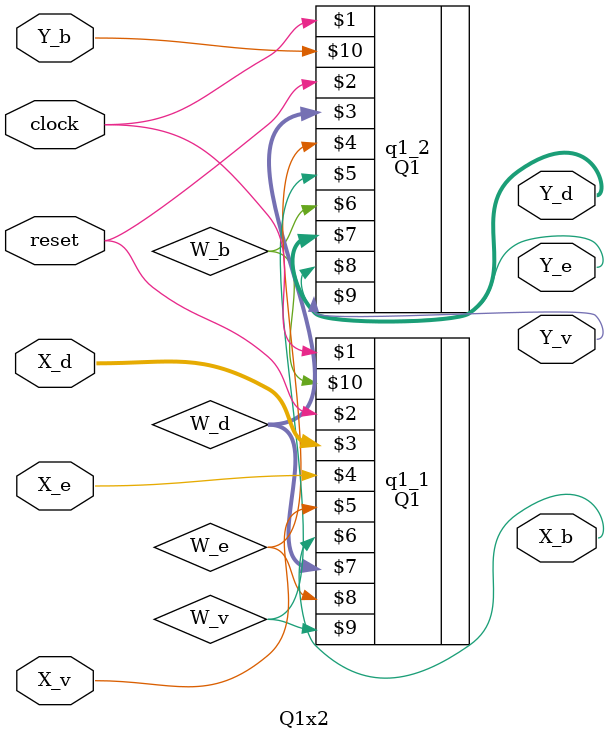
<source format=v>

`include "Q1.v"

module Q1x2 (clock, reset, X_d, X_e, X_v, X_b, Y_d, Y_e, Y_v, Y_b);

   parameter       W = 8;	// - data width (bits)

   input 	   clock;
   input 	   reset;
   
   input  [W-1:0]  X_d;		// - input  stream:  data
   input 	   X_e;		//		     eos
   input 	   X_v;		//		     valid
   output 	   X_b;		//		     backpressure

   output [W-1:0]  Y_d;		// - output stream:  data
   output 	   Y_e;		//		     eos
   output 	   Y_v;		//		     valid
   input 	   Y_b;		//		     backpressure

   wire   [W-1:0]  W_d;		// - intermediate stream:  data
   wire  	   W_e;		//		     eos
   wire  	   W_v;		//		     valid
   wire		   W_b;		//		     backpressure

   Q1 #(8) q1_1 (clock, reset, X_d, X_e, X_v, X_b, W_d, W_e, W_v, W_b);
   Q1 #(8) q1_2 (clock, reset, W_d, W_e, W_v, W_b, Y_d, Y_e, Y_v, Y_b);

endmodule // Q1x2

</source>
